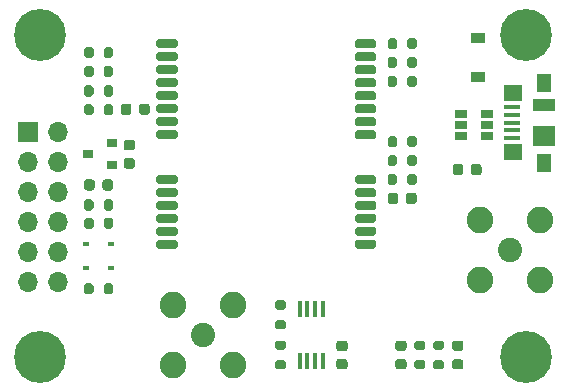
<source format=gts>
G04 #@! TF.GenerationSoftware,KiCad,Pcbnew,5.1.8-5.1.8*
G04 #@! TF.CreationDate,2020-12-15T11:19:38+01:00*
G04 #@! TF.ProjectId,ublox-breakout,75626c6f-782d-4627-9265-616b6f75742e,rev?*
G04 #@! TF.SameCoordinates,PX71f6ce0PY7cfd120*
G04 #@! TF.FileFunction,Soldermask,Top*
G04 #@! TF.FilePolarity,Negative*
%FSLAX46Y46*%
G04 Gerber Fmt 4.6, Leading zero omitted, Abs format (unit mm)*
G04 Created by KiCad (PCBNEW 5.1.8-5.1.8) date 2020-12-15 11:19:38*
%MOMM*%
%LPD*%
G01*
G04 APERTURE LIST*
%ADD10R,0.450000X1.450000*%
%ADD11C,2.250000*%
%ADD12C,2.050000*%
%ADD13R,0.600000X0.450000*%
%ADD14R,0.900000X0.800000*%
%ADD15R,1.200000X0.900000*%
%ADD16R,1.900000X1.000000*%
%ADD17R,1.900000X1.800000*%
%ADD18R,1.300000X1.650000*%
%ADD19R,1.550000X1.425000*%
%ADD20R,1.380000X0.450000*%
%ADD21C,0.700000*%
%ADD22C,4.400000*%
%ADD23O,1.700000X1.700000*%
%ADD24R,1.700000X1.700000*%
%ADD25R,1.060000X0.650000*%
G04 APERTURE END LIST*
G36*
G01*
X28350000Y2875000D02*
X28850000Y2875000D01*
G75*
G02*
X29075000Y2650000I0J-225000D01*
G01*
X29075000Y2200000D01*
G75*
G02*
X28850000Y1975000I-225000J0D01*
G01*
X28350000Y1975000D01*
G75*
G02*
X28125000Y2200000I0J225000D01*
G01*
X28125000Y2650000D01*
G75*
G02*
X28350000Y2875000I225000J0D01*
G01*
G37*
G36*
G01*
X28350000Y4425000D02*
X28850000Y4425000D01*
G75*
G02*
X29075000Y4200000I0J-225000D01*
G01*
X29075000Y3750000D01*
G75*
G02*
X28850000Y3525000I-225000J0D01*
G01*
X28350000Y3525000D01*
G75*
G02*
X28125000Y3750000I0J225000D01*
G01*
X28125000Y4200000D01*
G75*
G02*
X28350000Y4425000I225000J0D01*
G01*
G37*
D10*
X26975000Y2700000D03*
X26325000Y2700000D03*
X25675000Y2700000D03*
X25025000Y2700000D03*
X25025000Y7100000D03*
X25675000Y7100000D03*
X26325000Y7100000D03*
X26975000Y7100000D03*
G36*
G01*
X23675000Y7025000D02*
X23125000Y7025000D01*
G75*
G02*
X22925000Y7225000I0J200000D01*
G01*
X22925000Y7625000D01*
G75*
G02*
X23125000Y7825000I200000J0D01*
G01*
X23675000Y7825000D01*
G75*
G02*
X23875000Y7625000I0J-200000D01*
G01*
X23875000Y7225000D01*
G75*
G02*
X23675000Y7025000I-200000J0D01*
G01*
G37*
G36*
G01*
X23675000Y5375000D02*
X23125000Y5375000D01*
G75*
G02*
X22925000Y5575000I0J200000D01*
G01*
X22925000Y5975000D01*
G75*
G02*
X23125000Y6175000I200000J0D01*
G01*
X23675000Y6175000D01*
G75*
G02*
X23875000Y5975000I0J-200000D01*
G01*
X23875000Y5575000D01*
G75*
G02*
X23675000Y5375000I-200000J0D01*
G01*
G37*
G36*
G01*
X23125000Y2775000D02*
X23675000Y2775000D01*
G75*
G02*
X23875000Y2575000I0J-200000D01*
G01*
X23875000Y2175000D01*
G75*
G02*
X23675000Y1975000I-200000J0D01*
G01*
X23125000Y1975000D01*
G75*
G02*
X22925000Y2175000I0J200000D01*
G01*
X22925000Y2575000D01*
G75*
G02*
X23125000Y2775000I200000J0D01*
G01*
G37*
G36*
G01*
X23125000Y4425000D02*
X23675000Y4425000D01*
G75*
G02*
X23875000Y4225000I0J-200000D01*
G01*
X23875000Y3825000D01*
G75*
G02*
X23675000Y3625000I-200000J0D01*
G01*
X23125000Y3625000D01*
G75*
G02*
X22925000Y3825000I0J200000D01*
G01*
X22925000Y4225000D01*
G75*
G02*
X23125000Y4425000I200000J0D01*
G01*
G37*
D11*
X19340000Y7440000D03*
X19340000Y2360000D03*
X14260000Y2360000D03*
X14260000Y7440000D03*
D12*
X16800000Y4900000D03*
G36*
G01*
X7575000Y29075000D02*
X7575000Y28525000D01*
G75*
G02*
X7375000Y28325000I-200000J0D01*
G01*
X6975000Y28325000D01*
G75*
G02*
X6775000Y28525000I0J200000D01*
G01*
X6775000Y29075000D01*
G75*
G02*
X6975000Y29275000I200000J0D01*
G01*
X7375000Y29275000D01*
G75*
G02*
X7575000Y29075000I0J-200000D01*
G01*
G37*
G36*
G01*
X9225000Y29075000D02*
X9225000Y28525000D01*
G75*
G02*
X9025000Y28325000I-200000J0D01*
G01*
X8625000Y28325000D01*
G75*
G02*
X8425000Y28525000I0J200000D01*
G01*
X8425000Y29075000D01*
G75*
G02*
X8625000Y29275000I200000J0D01*
G01*
X9025000Y29275000D01*
G75*
G02*
X9225000Y29075000I0J-200000D01*
G01*
G37*
D13*
X6950000Y12600000D03*
X9050000Y12600000D03*
X6950000Y10600000D03*
X9050000Y10600000D03*
G36*
G01*
X7575000Y27475000D02*
X7575000Y26925000D01*
G75*
G02*
X7375000Y26725000I-200000J0D01*
G01*
X6975000Y26725000D01*
G75*
G02*
X6775000Y26925000I0J200000D01*
G01*
X6775000Y27475000D01*
G75*
G02*
X6975000Y27675000I200000J0D01*
G01*
X7375000Y27675000D01*
G75*
G02*
X7575000Y27475000I0J-200000D01*
G01*
G37*
G36*
G01*
X9225000Y27475000D02*
X9225000Y26925000D01*
G75*
G02*
X9025000Y26725000I-200000J0D01*
G01*
X8625000Y26725000D01*
G75*
G02*
X8425000Y26925000I0J200000D01*
G01*
X8425000Y27475000D01*
G75*
G02*
X8625000Y27675000I200000J0D01*
G01*
X9025000Y27675000D01*
G75*
G02*
X9225000Y27475000I0J-200000D01*
G01*
G37*
G36*
G01*
X33275000Y19935000D02*
X33275000Y19385000D01*
G75*
G02*
X33075000Y19185000I-200000J0D01*
G01*
X32675000Y19185000D01*
G75*
G02*
X32475000Y19385000I0J200000D01*
G01*
X32475000Y19935000D01*
G75*
G02*
X32675000Y20135000I200000J0D01*
G01*
X33075000Y20135000D01*
G75*
G02*
X33275000Y19935000I0J-200000D01*
G01*
G37*
G36*
G01*
X34925000Y19935000D02*
X34925000Y19385000D01*
G75*
G02*
X34725000Y19185000I-200000J0D01*
G01*
X34325000Y19185000D01*
G75*
G02*
X34125000Y19385000I0J200000D01*
G01*
X34125000Y19935000D01*
G75*
G02*
X34325000Y20135000I200000J0D01*
G01*
X34725000Y20135000D01*
G75*
G02*
X34925000Y19935000I0J-200000D01*
G01*
G37*
G36*
G01*
X34125000Y20985000D02*
X34125000Y21535000D01*
G75*
G02*
X34325000Y21735000I200000J0D01*
G01*
X34725000Y21735000D01*
G75*
G02*
X34925000Y21535000I0J-200000D01*
G01*
X34925000Y20985000D01*
G75*
G02*
X34725000Y20785000I-200000J0D01*
G01*
X34325000Y20785000D01*
G75*
G02*
X34125000Y20985000I0J200000D01*
G01*
G37*
G36*
G01*
X32475000Y20985000D02*
X32475000Y21535000D01*
G75*
G02*
X32675000Y21735000I200000J0D01*
G01*
X33075000Y21735000D01*
G75*
G02*
X33275000Y21535000I0J-200000D01*
G01*
X33275000Y20985000D01*
G75*
G02*
X33075000Y20785000I-200000J0D01*
G01*
X32675000Y20785000D01*
G75*
G02*
X32475000Y20985000I0J200000D01*
G01*
G37*
G36*
G01*
X34125000Y17785000D02*
X34125000Y18335000D01*
G75*
G02*
X34325000Y18535000I200000J0D01*
G01*
X34725000Y18535000D01*
G75*
G02*
X34925000Y18335000I0J-200000D01*
G01*
X34925000Y17785000D01*
G75*
G02*
X34725000Y17585000I-200000J0D01*
G01*
X34325000Y17585000D01*
G75*
G02*
X34125000Y17785000I0J200000D01*
G01*
G37*
G36*
G01*
X32475000Y17785000D02*
X32475000Y18335000D01*
G75*
G02*
X32675000Y18535000I200000J0D01*
G01*
X33075000Y18535000D01*
G75*
G02*
X33275000Y18335000I0J-200000D01*
G01*
X33275000Y17785000D01*
G75*
G02*
X33075000Y17585000I-200000J0D01*
G01*
X32675000Y17585000D01*
G75*
G02*
X32475000Y17785000I0J200000D01*
G01*
G37*
G36*
G01*
X34025000Y16210000D02*
X34025000Y16710000D01*
G75*
G02*
X34250000Y16935000I225000J0D01*
G01*
X34700000Y16935000D01*
G75*
G02*
X34925000Y16710000I0J-225000D01*
G01*
X34925000Y16210000D01*
G75*
G02*
X34700000Y15985000I-225000J0D01*
G01*
X34250000Y15985000D01*
G75*
G02*
X34025000Y16210000I0J225000D01*
G01*
G37*
G36*
G01*
X32475000Y16210000D02*
X32475000Y16710000D01*
G75*
G02*
X32700000Y16935000I225000J0D01*
G01*
X33150000Y16935000D01*
G75*
G02*
X33375000Y16710000I0J-225000D01*
G01*
X33375000Y16210000D01*
G75*
G02*
X33150000Y15985000I-225000J0D01*
G01*
X32700000Y15985000D01*
G75*
G02*
X32475000Y16210000I0J225000D01*
G01*
G37*
D14*
X7100000Y20200000D03*
X9100000Y21150000D03*
X9100000Y19250000D03*
G36*
G01*
X10350000Y19875000D02*
X10850000Y19875000D01*
G75*
G02*
X11075000Y19650000I0J-225000D01*
G01*
X11075000Y19200000D01*
G75*
G02*
X10850000Y18975000I-225000J0D01*
G01*
X10350000Y18975000D01*
G75*
G02*
X10125000Y19200000I0J225000D01*
G01*
X10125000Y19650000D01*
G75*
G02*
X10350000Y19875000I225000J0D01*
G01*
G37*
G36*
G01*
X10350000Y21425000D02*
X10850000Y21425000D01*
G75*
G02*
X11075000Y21200000I0J-225000D01*
G01*
X11075000Y20750000D01*
G75*
G02*
X10850000Y20525000I-225000J0D01*
G01*
X10350000Y20525000D01*
G75*
G02*
X10125000Y20750000I0J225000D01*
G01*
X10125000Y21200000D01*
G75*
G02*
X10350000Y21425000I225000J0D01*
G01*
G37*
G36*
G01*
X8325000Y17350000D02*
X8325000Y17850000D01*
G75*
G02*
X8550000Y18075000I225000J0D01*
G01*
X9000000Y18075000D01*
G75*
G02*
X9225000Y17850000I0J-225000D01*
G01*
X9225000Y17350000D01*
G75*
G02*
X9000000Y17125000I-225000J0D01*
G01*
X8550000Y17125000D01*
G75*
G02*
X8325000Y17350000I0J225000D01*
G01*
G37*
G36*
G01*
X6775000Y17350000D02*
X6775000Y17850000D01*
G75*
G02*
X7000000Y18075000I225000J0D01*
G01*
X7450000Y18075000D01*
G75*
G02*
X7675000Y17850000I0J-225000D01*
G01*
X7675000Y17350000D01*
G75*
G02*
X7450000Y17125000I-225000J0D01*
G01*
X7000000Y17125000D01*
G75*
G02*
X6775000Y17350000I0J225000D01*
G01*
G37*
G36*
G01*
X33856250Y3550000D02*
X33343750Y3550000D01*
G75*
G02*
X33125000Y3768750I0J218750D01*
G01*
X33125000Y4206250D01*
G75*
G02*
X33343750Y4425000I218750J0D01*
G01*
X33856250Y4425000D01*
G75*
G02*
X34075000Y4206250I0J-218750D01*
G01*
X34075000Y3768750D01*
G75*
G02*
X33856250Y3550000I-218750J0D01*
G01*
G37*
G36*
G01*
X33856250Y1975000D02*
X33343750Y1975000D01*
G75*
G02*
X33125000Y2193750I0J218750D01*
G01*
X33125000Y2631250D01*
G75*
G02*
X33343750Y2850000I218750J0D01*
G01*
X33856250Y2850000D01*
G75*
G02*
X34075000Y2631250I0J-218750D01*
G01*
X34075000Y2193750D01*
G75*
G02*
X33856250Y1975000I-218750J0D01*
G01*
G37*
G36*
G01*
X38656250Y3550000D02*
X38143750Y3550000D01*
G75*
G02*
X37925000Y3768750I0J218750D01*
G01*
X37925000Y4206250D01*
G75*
G02*
X38143750Y4425000I218750J0D01*
G01*
X38656250Y4425000D01*
G75*
G02*
X38875000Y4206250I0J-218750D01*
G01*
X38875000Y3768750D01*
G75*
G02*
X38656250Y3550000I-218750J0D01*
G01*
G37*
G36*
G01*
X38656250Y1975000D02*
X38143750Y1975000D01*
G75*
G02*
X37925000Y2193750I0J218750D01*
G01*
X37925000Y2631250D01*
G75*
G02*
X38143750Y2850000I218750J0D01*
G01*
X38656250Y2850000D01*
G75*
G02*
X38875000Y2631250I0J-218750D01*
G01*
X38875000Y2193750D01*
G75*
G02*
X38656250Y1975000I-218750J0D01*
G01*
G37*
D15*
X40100000Y26710000D03*
X40100000Y30010000D03*
G36*
G01*
X38875000Y19150000D02*
X38875000Y18650000D01*
G75*
G02*
X38650000Y18425000I-225000J0D01*
G01*
X38200000Y18425000D01*
G75*
G02*
X37975000Y18650000I0J225000D01*
G01*
X37975000Y19150000D01*
G75*
G02*
X38200000Y19375000I225000J0D01*
G01*
X38650000Y19375000D01*
G75*
G02*
X38875000Y19150000I0J-225000D01*
G01*
G37*
G36*
G01*
X40425000Y19150000D02*
X40425000Y18650000D01*
G75*
G02*
X40200000Y18425000I-225000J0D01*
G01*
X39750000Y18425000D01*
G75*
G02*
X39525000Y18650000I0J225000D01*
G01*
X39525000Y19150000D01*
G75*
G02*
X39750000Y19375000I225000J0D01*
G01*
X40200000Y19375000D01*
G75*
G02*
X40425000Y19150000I0J-225000D01*
G01*
G37*
D16*
X45700000Y24410000D03*
D17*
X45700000Y21710000D03*
D18*
X45700000Y26235000D03*
X45700000Y19485000D03*
D19*
X43125000Y25347500D03*
X43125000Y20372500D03*
D20*
X43040000Y24160000D03*
X43040000Y23510000D03*
X43040000Y22860000D03*
X43040000Y22210000D03*
X43040000Y21560000D03*
G36*
G01*
X35475000Y3625000D02*
X34925000Y3625000D01*
G75*
G02*
X34725000Y3825000I0J200000D01*
G01*
X34725000Y4225000D01*
G75*
G02*
X34925000Y4425000I200000J0D01*
G01*
X35475000Y4425000D01*
G75*
G02*
X35675000Y4225000I0J-200000D01*
G01*
X35675000Y3825000D01*
G75*
G02*
X35475000Y3625000I-200000J0D01*
G01*
G37*
G36*
G01*
X35475000Y1975000D02*
X34925000Y1975000D01*
G75*
G02*
X34725000Y2175000I0J200000D01*
G01*
X34725000Y2575000D01*
G75*
G02*
X34925000Y2775000I200000J0D01*
G01*
X35475000Y2775000D01*
G75*
G02*
X35675000Y2575000I0J-200000D01*
G01*
X35675000Y2175000D01*
G75*
G02*
X35475000Y1975000I-200000J0D01*
G01*
G37*
G36*
G01*
X37075000Y3625000D02*
X36525000Y3625000D01*
G75*
G02*
X36325000Y3825000I0J200000D01*
G01*
X36325000Y4225000D01*
G75*
G02*
X36525000Y4425000I200000J0D01*
G01*
X37075000Y4425000D01*
G75*
G02*
X37275000Y4225000I0J-200000D01*
G01*
X37275000Y3825000D01*
G75*
G02*
X37075000Y3625000I-200000J0D01*
G01*
G37*
G36*
G01*
X37075000Y1975000D02*
X36525000Y1975000D01*
G75*
G02*
X36325000Y2175000I0J200000D01*
G01*
X36325000Y2575000D01*
G75*
G02*
X36525000Y2775000I200000J0D01*
G01*
X37075000Y2775000D01*
G75*
G02*
X37275000Y2575000I0J-200000D01*
G01*
X37275000Y2175000D01*
G75*
G02*
X37075000Y1975000I-200000J0D01*
G01*
G37*
D21*
X4166726Y4226726D03*
X3000000Y4710000D03*
X1833274Y4226726D03*
X1350000Y3060000D03*
X1833274Y1893274D03*
X3000000Y1410000D03*
X4166726Y1893274D03*
X4650000Y3060000D03*
D22*
X3000000Y3060000D03*
D21*
X45366726Y4226726D03*
X44200000Y4710000D03*
X43033274Y4226726D03*
X42550000Y3060000D03*
X43033274Y1893274D03*
X44200000Y1410000D03*
X45366726Y1893274D03*
X45850000Y3060000D03*
D22*
X44200000Y3060000D03*
D21*
X45366726Y31426726D03*
X44200000Y31910000D03*
X43033274Y31426726D03*
X42550000Y30260000D03*
X43033274Y29093274D03*
X44200000Y28610000D03*
X45366726Y29093274D03*
X45850000Y30260000D03*
D22*
X44200000Y30260000D03*
D21*
X4166726Y31426726D03*
X3000000Y31910000D03*
X1833274Y31426726D03*
X1350000Y30260000D03*
X1833274Y29093274D03*
X3000000Y28610000D03*
X4166726Y29093274D03*
X4650000Y30260000D03*
D22*
X3000000Y30260000D03*
G36*
G01*
X8425000Y8525000D02*
X8425000Y9075000D01*
G75*
G02*
X8625000Y9275000I200000J0D01*
G01*
X9025000Y9275000D01*
G75*
G02*
X9225000Y9075000I0J-200000D01*
G01*
X9225000Y8525000D01*
G75*
G02*
X9025000Y8325000I-200000J0D01*
G01*
X8625000Y8325000D01*
G75*
G02*
X8425000Y8525000I0J200000D01*
G01*
G37*
G36*
G01*
X6775000Y8525000D02*
X6775000Y9075000D01*
G75*
G02*
X6975000Y9275000I200000J0D01*
G01*
X7375000Y9275000D01*
G75*
G02*
X7575000Y9075000I0J-200000D01*
G01*
X7575000Y8525000D01*
G75*
G02*
X7375000Y8325000I-200000J0D01*
G01*
X6975000Y8325000D01*
G75*
G02*
X6775000Y8525000I0J200000D01*
G01*
G37*
G36*
G01*
X8425000Y14085000D02*
X8425000Y14635000D01*
G75*
G02*
X8625000Y14835000I200000J0D01*
G01*
X9025000Y14835000D01*
G75*
G02*
X9225000Y14635000I0J-200000D01*
G01*
X9225000Y14085000D01*
G75*
G02*
X9025000Y13885000I-200000J0D01*
G01*
X8625000Y13885000D01*
G75*
G02*
X8425000Y14085000I0J200000D01*
G01*
G37*
G36*
G01*
X6775000Y14085000D02*
X6775000Y14635000D01*
G75*
G02*
X6975000Y14835000I200000J0D01*
G01*
X7375000Y14835000D01*
G75*
G02*
X7575000Y14635000I0J-200000D01*
G01*
X7575000Y14085000D01*
G75*
G02*
X7375000Y13885000I-200000J0D01*
G01*
X6975000Y13885000D01*
G75*
G02*
X6775000Y14085000I0J200000D01*
G01*
G37*
G36*
G01*
X8425000Y15625000D02*
X8425000Y16175000D01*
G75*
G02*
X8625000Y16375000I200000J0D01*
G01*
X9025000Y16375000D01*
G75*
G02*
X9225000Y16175000I0J-200000D01*
G01*
X9225000Y15625000D01*
G75*
G02*
X9025000Y15425000I-200000J0D01*
G01*
X8625000Y15425000D01*
G75*
G02*
X8425000Y15625000I0J200000D01*
G01*
G37*
G36*
G01*
X6775000Y15625000D02*
X6775000Y16175000D01*
G75*
G02*
X6975000Y16375000I200000J0D01*
G01*
X7375000Y16375000D01*
G75*
G02*
X7575000Y16175000I0J-200000D01*
G01*
X7575000Y15625000D01*
G75*
G02*
X7375000Y15425000I-200000J0D01*
G01*
X6975000Y15425000D01*
G75*
G02*
X6775000Y15625000I0J200000D01*
G01*
G37*
D23*
X4540000Y9400000D03*
X2000000Y9400000D03*
X4540000Y11940000D03*
X2000000Y11940000D03*
X4540000Y14480000D03*
X2000000Y14480000D03*
X4540000Y17020000D03*
X2000000Y17020000D03*
X4540000Y19560000D03*
X2000000Y19560000D03*
X4540000Y22100000D03*
D24*
X2000000Y22100000D03*
G36*
G01*
X33275000Y26635000D02*
X33275000Y26085000D01*
G75*
G02*
X33075000Y25885000I-200000J0D01*
G01*
X32675000Y25885000D01*
G75*
G02*
X32475000Y26085000I0J200000D01*
G01*
X32475000Y26635000D01*
G75*
G02*
X32675000Y26835000I200000J0D01*
G01*
X33075000Y26835000D01*
G75*
G02*
X33275000Y26635000I0J-200000D01*
G01*
G37*
G36*
G01*
X34925000Y26635000D02*
X34925000Y26085000D01*
G75*
G02*
X34725000Y25885000I-200000J0D01*
G01*
X34325000Y25885000D01*
G75*
G02*
X34125000Y26085000I0J200000D01*
G01*
X34125000Y26635000D01*
G75*
G02*
X34325000Y26835000I200000J0D01*
G01*
X34725000Y26835000D01*
G75*
G02*
X34925000Y26635000I0J-200000D01*
G01*
G37*
G36*
G01*
X33275000Y28235000D02*
X33275000Y27685000D01*
G75*
G02*
X33075000Y27485000I-200000J0D01*
G01*
X32675000Y27485000D01*
G75*
G02*
X32475000Y27685000I0J200000D01*
G01*
X32475000Y28235000D01*
G75*
G02*
X32675000Y28435000I200000J0D01*
G01*
X33075000Y28435000D01*
G75*
G02*
X33275000Y28235000I0J-200000D01*
G01*
G37*
G36*
G01*
X34925000Y28235000D02*
X34925000Y27685000D01*
G75*
G02*
X34725000Y27485000I-200000J0D01*
G01*
X34325000Y27485000D01*
G75*
G02*
X34125000Y27685000I0J200000D01*
G01*
X34125000Y28235000D01*
G75*
G02*
X34325000Y28435000I200000J0D01*
G01*
X34725000Y28435000D01*
G75*
G02*
X34925000Y28235000I0J-200000D01*
G01*
G37*
G36*
G01*
X8425000Y25285000D02*
X8425000Y25835000D01*
G75*
G02*
X8625000Y26035000I200000J0D01*
G01*
X9025000Y26035000D01*
G75*
G02*
X9225000Y25835000I0J-200000D01*
G01*
X9225000Y25285000D01*
G75*
G02*
X9025000Y25085000I-200000J0D01*
G01*
X8625000Y25085000D01*
G75*
G02*
X8425000Y25285000I0J200000D01*
G01*
G37*
G36*
G01*
X6775000Y25285000D02*
X6775000Y25835000D01*
G75*
G02*
X6975000Y26035000I200000J0D01*
G01*
X7375000Y26035000D01*
G75*
G02*
X7575000Y25835000I0J-200000D01*
G01*
X7575000Y25285000D01*
G75*
G02*
X7375000Y25085000I-200000J0D01*
G01*
X6975000Y25085000D01*
G75*
G02*
X6775000Y25285000I0J200000D01*
G01*
G37*
G36*
G01*
X8425000Y23685000D02*
X8425000Y24235000D01*
G75*
G02*
X8625000Y24435000I200000J0D01*
G01*
X9025000Y24435000D01*
G75*
G02*
X9225000Y24235000I0J-200000D01*
G01*
X9225000Y23685000D01*
G75*
G02*
X9025000Y23485000I-200000J0D01*
G01*
X8625000Y23485000D01*
G75*
G02*
X8425000Y23685000I0J200000D01*
G01*
G37*
G36*
G01*
X6775000Y23685000D02*
X6775000Y24235000D01*
G75*
G02*
X6975000Y24435000I200000J0D01*
G01*
X7375000Y24435000D01*
G75*
G02*
X7575000Y24235000I0J-200000D01*
G01*
X7575000Y23685000D01*
G75*
G02*
X7375000Y23485000I-200000J0D01*
G01*
X6975000Y23485000D01*
G75*
G02*
X6775000Y23685000I0J200000D01*
G01*
G37*
G36*
G01*
X34125000Y29285000D02*
X34125000Y29835000D01*
G75*
G02*
X34325000Y30035000I200000J0D01*
G01*
X34725000Y30035000D01*
G75*
G02*
X34925000Y29835000I0J-200000D01*
G01*
X34925000Y29285000D01*
G75*
G02*
X34725000Y29085000I-200000J0D01*
G01*
X34325000Y29085000D01*
G75*
G02*
X34125000Y29285000I0J200000D01*
G01*
G37*
G36*
G01*
X32475000Y29285000D02*
X32475000Y29835000D01*
G75*
G02*
X32675000Y30035000I200000J0D01*
G01*
X33075000Y30035000D01*
G75*
G02*
X33275000Y29835000I0J-200000D01*
G01*
X33275000Y29285000D01*
G75*
G02*
X33075000Y29085000I-200000J0D01*
G01*
X32675000Y29085000D01*
G75*
G02*
X32475000Y29285000I0J200000D01*
G01*
G37*
G36*
G01*
X10775000Y24250000D02*
X10775000Y23750000D01*
G75*
G02*
X10550000Y23525000I-225000J0D01*
G01*
X10100000Y23525000D01*
G75*
G02*
X9875000Y23750000I0J225000D01*
G01*
X9875000Y24250000D01*
G75*
G02*
X10100000Y24475000I225000J0D01*
G01*
X10550000Y24475000D01*
G75*
G02*
X10775000Y24250000I0J-225000D01*
G01*
G37*
G36*
G01*
X12325000Y24250000D02*
X12325000Y23750000D01*
G75*
G02*
X12100000Y23525000I-225000J0D01*
G01*
X11650000Y23525000D01*
G75*
G02*
X11425000Y23750000I0J225000D01*
G01*
X11425000Y24250000D01*
G75*
G02*
X11650000Y24475000I225000J0D01*
G01*
X12100000Y24475000D01*
G75*
G02*
X12325000Y24250000I0J-225000D01*
G01*
G37*
G36*
G01*
X29700000Y29360000D02*
X29700000Y29760000D01*
G75*
G02*
X29900000Y29960000I200000J0D01*
G01*
X31300000Y29960000D01*
G75*
G02*
X31500000Y29760000I0J-200000D01*
G01*
X31500000Y29360000D01*
G75*
G02*
X31300000Y29160000I-200000J0D01*
G01*
X29900000Y29160000D01*
G75*
G02*
X29700000Y29360000I0J200000D01*
G01*
G37*
G36*
G01*
X29700000Y28260000D02*
X29700000Y28660000D01*
G75*
G02*
X29900000Y28860000I200000J0D01*
G01*
X31300000Y28860000D01*
G75*
G02*
X31500000Y28660000I0J-200000D01*
G01*
X31500000Y28260000D01*
G75*
G02*
X31300000Y28060000I-200000J0D01*
G01*
X29900000Y28060000D01*
G75*
G02*
X29700000Y28260000I0J200000D01*
G01*
G37*
G36*
G01*
X29700000Y27160000D02*
X29700000Y27560000D01*
G75*
G02*
X29900000Y27760000I200000J0D01*
G01*
X31300000Y27760000D01*
G75*
G02*
X31500000Y27560000I0J-200000D01*
G01*
X31500000Y27160000D01*
G75*
G02*
X31300000Y26960000I-200000J0D01*
G01*
X29900000Y26960000D01*
G75*
G02*
X29700000Y27160000I0J200000D01*
G01*
G37*
G36*
G01*
X29700000Y26060000D02*
X29700000Y26460000D01*
G75*
G02*
X29900000Y26660000I200000J0D01*
G01*
X31300000Y26660000D01*
G75*
G02*
X31500000Y26460000I0J-200000D01*
G01*
X31500000Y26060000D01*
G75*
G02*
X31300000Y25860000I-200000J0D01*
G01*
X29900000Y25860000D01*
G75*
G02*
X29700000Y26060000I0J200000D01*
G01*
G37*
G36*
G01*
X29700000Y24960000D02*
X29700000Y25360000D01*
G75*
G02*
X29900000Y25560000I200000J0D01*
G01*
X31300000Y25560000D01*
G75*
G02*
X31500000Y25360000I0J-200000D01*
G01*
X31500000Y24960000D01*
G75*
G02*
X31300000Y24760000I-200000J0D01*
G01*
X29900000Y24760000D01*
G75*
G02*
X29700000Y24960000I0J200000D01*
G01*
G37*
G36*
G01*
X29700000Y23860000D02*
X29700000Y24260000D01*
G75*
G02*
X29900000Y24460000I200000J0D01*
G01*
X31300000Y24460000D01*
G75*
G02*
X31500000Y24260000I0J-200000D01*
G01*
X31500000Y23860000D01*
G75*
G02*
X31300000Y23660000I-200000J0D01*
G01*
X29900000Y23660000D01*
G75*
G02*
X29700000Y23860000I0J200000D01*
G01*
G37*
G36*
G01*
X29700000Y22760000D02*
X29700000Y23160000D01*
G75*
G02*
X29900000Y23360000I200000J0D01*
G01*
X31300000Y23360000D01*
G75*
G02*
X31500000Y23160000I0J-200000D01*
G01*
X31500000Y22760000D01*
G75*
G02*
X31300000Y22560000I-200000J0D01*
G01*
X29900000Y22560000D01*
G75*
G02*
X29700000Y22760000I0J200000D01*
G01*
G37*
G36*
G01*
X29700000Y21660000D02*
X29700000Y22060000D01*
G75*
G02*
X29900000Y22260000I200000J0D01*
G01*
X31300000Y22260000D01*
G75*
G02*
X31500000Y22060000I0J-200000D01*
G01*
X31500000Y21660000D01*
G75*
G02*
X31300000Y21460000I-200000J0D01*
G01*
X29900000Y21460000D01*
G75*
G02*
X29700000Y21660000I0J200000D01*
G01*
G37*
G36*
G01*
X29700000Y17860000D02*
X29700000Y18260000D01*
G75*
G02*
X29900000Y18460000I200000J0D01*
G01*
X31300000Y18460000D01*
G75*
G02*
X31500000Y18260000I0J-200000D01*
G01*
X31500000Y17860000D01*
G75*
G02*
X31300000Y17660000I-200000J0D01*
G01*
X29900000Y17660000D01*
G75*
G02*
X29700000Y17860000I0J200000D01*
G01*
G37*
G36*
G01*
X29700000Y16760000D02*
X29700000Y17160000D01*
G75*
G02*
X29900000Y17360000I200000J0D01*
G01*
X31300000Y17360000D01*
G75*
G02*
X31500000Y17160000I0J-200000D01*
G01*
X31500000Y16760000D01*
G75*
G02*
X31300000Y16560000I-200000J0D01*
G01*
X29900000Y16560000D01*
G75*
G02*
X29700000Y16760000I0J200000D01*
G01*
G37*
G36*
G01*
X29700000Y15660000D02*
X29700000Y16060000D01*
G75*
G02*
X29900000Y16260000I200000J0D01*
G01*
X31300000Y16260000D01*
G75*
G02*
X31500000Y16060000I0J-200000D01*
G01*
X31500000Y15660000D01*
G75*
G02*
X31300000Y15460000I-200000J0D01*
G01*
X29900000Y15460000D01*
G75*
G02*
X29700000Y15660000I0J200000D01*
G01*
G37*
G36*
G01*
X29700000Y14560000D02*
X29700000Y14960000D01*
G75*
G02*
X29900000Y15160000I200000J0D01*
G01*
X31300000Y15160000D01*
G75*
G02*
X31500000Y14960000I0J-200000D01*
G01*
X31500000Y14560000D01*
G75*
G02*
X31300000Y14360000I-200000J0D01*
G01*
X29900000Y14360000D01*
G75*
G02*
X29700000Y14560000I0J200000D01*
G01*
G37*
G36*
G01*
X29700000Y13460000D02*
X29700000Y13860000D01*
G75*
G02*
X29900000Y14060000I200000J0D01*
G01*
X31300000Y14060000D01*
G75*
G02*
X31500000Y13860000I0J-200000D01*
G01*
X31500000Y13460000D01*
G75*
G02*
X31300000Y13260000I-200000J0D01*
G01*
X29900000Y13260000D01*
G75*
G02*
X29700000Y13460000I0J200000D01*
G01*
G37*
G36*
G01*
X29700000Y12360000D02*
X29700000Y12760000D01*
G75*
G02*
X29900000Y12960000I200000J0D01*
G01*
X31300000Y12960000D01*
G75*
G02*
X31500000Y12760000I0J-200000D01*
G01*
X31500000Y12360000D01*
G75*
G02*
X31300000Y12160000I-200000J0D01*
G01*
X29900000Y12160000D01*
G75*
G02*
X29700000Y12360000I0J200000D01*
G01*
G37*
G36*
G01*
X12900000Y12360000D02*
X12900000Y12760000D01*
G75*
G02*
X13100000Y12960000I200000J0D01*
G01*
X14500000Y12960000D01*
G75*
G02*
X14700000Y12760000I0J-200000D01*
G01*
X14700000Y12360000D01*
G75*
G02*
X14500000Y12160000I-200000J0D01*
G01*
X13100000Y12160000D01*
G75*
G02*
X12900000Y12360000I0J200000D01*
G01*
G37*
G36*
G01*
X12900000Y13460000D02*
X12900000Y13860000D01*
G75*
G02*
X13100000Y14060000I200000J0D01*
G01*
X14500000Y14060000D01*
G75*
G02*
X14700000Y13860000I0J-200000D01*
G01*
X14700000Y13460000D01*
G75*
G02*
X14500000Y13260000I-200000J0D01*
G01*
X13100000Y13260000D01*
G75*
G02*
X12900000Y13460000I0J200000D01*
G01*
G37*
G36*
G01*
X12900000Y14560000D02*
X12900000Y14960000D01*
G75*
G02*
X13100000Y15160000I200000J0D01*
G01*
X14500000Y15160000D01*
G75*
G02*
X14700000Y14960000I0J-200000D01*
G01*
X14700000Y14560000D01*
G75*
G02*
X14500000Y14360000I-200000J0D01*
G01*
X13100000Y14360000D01*
G75*
G02*
X12900000Y14560000I0J200000D01*
G01*
G37*
G36*
G01*
X12900000Y15660000D02*
X12900000Y16060000D01*
G75*
G02*
X13100000Y16260000I200000J0D01*
G01*
X14500000Y16260000D01*
G75*
G02*
X14700000Y16060000I0J-200000D01*
G01*
X14700000Y15660000D01*
G75*
G02*
X14500000Y15460000I-200000J0D01*
G01*
X13100000Y15460000D01*
G75*
G02*
X12900000Y15660000I0J200000D01*
G01*
G37*
G36*
G01*
X12900000Y16760000D02*
X12900000Y17160000D01*
G75*
G02*
X13100000Y17360000I200000J0D01*
G01*
X14500000Y17360000D01*
G75*
G02*
X14700000Y17160000I0J-200000D01*
G01*
X14700000Y16760000D01*
G75*
G02*
X14500000Y16560000I-200000J0D01*
G01*
X13100000Y16560000D01*
G75*
G02*
X12900000Y16760000I0J200000D01*
G01*
G37*
G36*
G01*
X12900000Y17860000D02*
X12900000Y18260000D01*
G75*
G02*
X13100000Y18460000I200000J0D01*
G01*
X14500000Y18460000D01*
G75*
G02*
X14700000Y18260000I0J-200000D01*
G01*
X14700000Y17860000D01*
G75*
G02*
X14500000Y17660000I-200000J0D01*
G01*
X13100000Y17660000D01*
G75*
G02*
X12900000Y17860000I0J200000D01*
G01*
G37*
G36*
G01*
X12900000Y21660000D02*
X12900000Y22060000D01*
G75*
G02*
X13100000Y22260000I200000J0D01*
G01*
X14500000Y22260000D01*
G75*
G02*
X14700000Y22060000I0J-200000D01*
G01*
X14700000Y21660000D01*
G75*
G02*
X14500000Y21460000I-200000J0D01*
G01*
X13100000Y21460000D01*
G75*
G02*
X12900000Y21660000I0J200000D01*
G01*
G37*
G36*
G01*
X12900000Y22760000D02*
X12900000Y23160000D01*
G75*
G02*
X13100000Y23360000I200000J0D01*
G01*
X14500000Y23360000D01*
G75*
G02*
X14700000Y23160000I0J-200000D01*
G01*
X14700000Y22760000D01*
G75*
G02*
X14500000Y22560000I-200000J0D01*
G01*
X13100000Y22560000D01*
G75*
G02*
X12900000Y22760000I0J200000D01*
G01*
G37*
G36*
G01*
X12900000Y23860000D02*
X12900000Y24260000D01*
G75*
G02*
X13100000Y24460000I200000J0D01*
G01*
X14500000Y24460000D01*
G75*
G02*
X14700000Y24260000I0J-200000D01*
G01*
X14700000Y23860000D01*
G75*
G02*
X14500000Y23660000I-200000J0D01*
G01*
X13100000Y23660000D01*
G75*
G02*
X12900000Y23860000I0J200000D01*
G01*
G37*
G36*
G01*
X12900000Y24960000D02*
X12900000Y25360000D01*
G75*
G02*
X13100000Y25560000I200000J0D01*
G01*
X14500000Y25560000D01*
G75*
G02*
X14700000Y25360000I0J-200000D01*
G01*
X14700000Y24960000D01*
G75*
G02*
X14500000Y24760000I-200000J0D01*
G01*
X13100000Y24760000D01*
G75*
G02*
X12900000Y24960000I0J200000D01*
G01*
G37*
G36*
G01*
X12900000Y26060000D02*
X12900000Y26460000D01*
G75*
G02*
X13100000Y26660000I200000J0D01*
G01*
X14500000Y26660000D01*
G75*
G02*
X14700000Y26460000I0J-200000D01*
G01*
X14700000Y26060000D01*
G75*
G02*
X14500000Y25860000I-200000J0D01*
G01*
X13100000Y25860000D01*
G75*
G02*
X12900000Y26060000I0J200000D01*
G01*
G37*
G36*
G01*
X12900000Y27160000D02*
X12900000Y27560000D01*
G75*
G02*
X13100000Y27760000I200000J0D01*
G01*
X14500000Y27760000D01*
G75*
G02*
X14700000Y27560000I0J-200000D01*
G01*
X14700000Y27160000D01*
G75*
G02*
X14500000Y26960000I-200000J0D01*
G01*
X13100000Y26960000D01*
G75*
G02*
X12900000Y27160000I0J200000D01*
G01*
G37*
G36*
G01*
X12900000Y28260000D02*
X12900000Y28660000D01*
G75*
G02*
X13100000Y28860000I200000J0D01*
G01*
X14500000Y28860000D01*
G75*
G02*
X14700000Y28660000I0J-200000D01*
G01*
X14700000Y28260000D01*
G75*
G02*
X14500000Y28060000I-200000J0D01*
G01*
X13100000Y28060000D01*
G75*
G02*
X12900000Y28260000I0J200000D01*
G01*
G37*
G36*
G01*
X12900000Y29360000D02*
X12900000Y29760000D01*
G75*
G02*
X13100000Y29960000I200000J0D01*
G01*
X14500000Y29960000D01*
G75*
G02*
X14700000Y29760000I0J-200000D01*
G01*
X14700000Y29360000D01*
G75*
G02*
X14500000Y29160000I-200000J0D01*
G01*
X13100000Y29160000D01*
G75*
G02*
X12900000Y29360000I0J200000D01*
G01*
G37*
D11*
X40260000Y9520000D03*
X40260000Y14600000D03*
X45340000Y14600000D03*
X45340000Y9520000D03*
D12*
X42800000Y12060000D03*
D25*
X40900000Y22660000D03*
X40900000Y23610000D03*
X40900000Y21710000D03*
X38700000Y21710000D03*
X38700000Y22660000D03*
X38700000Y23610000D03*
M02*

</source>
